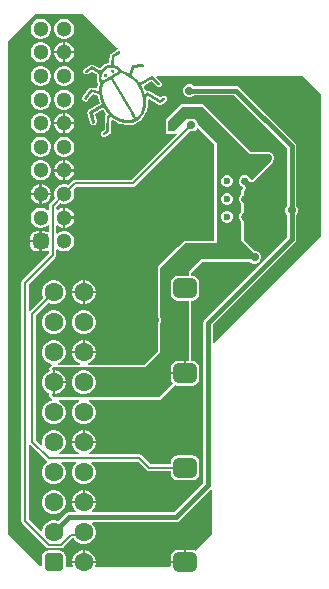
<source format=gbl>
G04*
G04 #@! TF.GenerationSoftware,Altium Limited,Altium Designer,23.3.1 (30)*
G04*
G04 Layer_Physical_Order=2*
G04 Layer_Color=16711680*
%FSLAX44Y44*%
%MOMM*%
G71*
G04*
G04 #@! TF.SameCoordinates,2179DA4C-5F9F-4515-A9C7-B5EE9FB9D995*
G04*
G04*
G04 #@! TF.FilePolarity,Positive*
G04*
G01*
G75*
%ADD11C,0.2000*%
G04:AMPARAMS|DCode=41|XSize=1.7mm|YSize=2mm|CornerRadius=0.425mm|HoleSize=0mm|Usage=FLASHONLY|Rotation=90.000|XOffset=0mm|YOffset=0mm|HoleType=Round|Shape=RoundedRectangle|*
%AMROUNDEDRECTD41*
21,1,1.7000,1.1500,0,0,90.0*
21,1,0.8500,2.0000,0,0,90.0*
1,1,0.8500,0.5750,0.4250*
1,1,0.8500,0.5750,-0.4250*
1,1,0.8500,-0.5750,-0.4250*
1,1,0.8500,-0.5750,0.4250*
%
%ADD41ROUNDEDRECTD41*%
%ADD42C,1.3000*%
G04:AMPARAMS|DCode=43|XSize=1.3mm|YSize=1.3mm|CornerRadius=0.325mm|HoleSize=0mm|Usage=FLASHONLY|Rotation=90.000|XOffset=0mm|YOffset=0mm|HoleType=Round|Shape=RoundedRectangle|*
%AMROUNDEDRECTD43*
21,1,1.3000,0.6500,0,0,90.0*
21,1,0.6500,1.3000,0,0,90.0*
1,1,0.6500,0.3250,0.3250*
1,1,0.6500,0.3250,-0.3250*
1,1,0.6500,-0.3250,-0.3250*
1,1,0.6500,-0.3250,0.3250*
%
%ADD43ROUNDEDRECTD43*%
%ADD44C,1.6000*%
G04:AMPARAMS|DCode=45|XSize=1.6mm|YSize=1.6mm|CornerRadius=0.4mm|HoleSize=0mm|Usage=FLASHONLY|Rotation=90.000|XOffset=0mm|YOffset=0mm|HoleType=Round|Shape=RoundedRectangle|*
%AMROUNDEDRECTD45*
21,1,1.6000,0.8000,0,0,90.0*
21,1,0.8000,1.6000,0,0,90.0*
1,1,0.8000,0.4000,0.4000*
1,1,0.8000,0.4000,-0.4000*
1,1,0.8000,-0.4000,-0.4000*
1,1,0.8000,-0.4000,0.4000*
%
%ADD45ROUNDEDRECTD45*%
%ADD46C,0.6000*%
%ADD47C,0.7000*%
%ADD48C,0.4000*%
G36*
X102883Y595367D02*
X102913Y595293D01*
X102927Y595004D01*
X102607Y593847D01*
X97077Y590538D01*
X96979Y590406D01*
X96823Y590351D01*
X96619Y589922D01*
X96336Y589541D01*
X96360Y589378D01*
X96289Y589229D01*
X96017Y583926D01*
X95684Y582698D01*
X94327Y582440D01*
X94242Y582384D01*
X94140Y582393D01*
X92919Y582006D01*
X92828Y581929D01*
X92709Y581923D01*
X91601Y581394D01*
X91517Y581300D01*
X91394Y581275D01*
X90377Y580590D01*
X90311Y580490D01*
X90198Y580450D01*
X89249Y579596D01*
X89204Y579502D01*
X89111Y579455D01*
X88207Y578418D01*
X86987Y578773D01*
X82306Y581235D01*
X82100Y581253D01*
X81932Y581375D01*
X81502Y581308D01*
X81068Y581348D01*
X80909Y581215D01*
X80705Y581183D01*
X74815Y577589D01*
X74706Y577439D01*
X74533Y577371D01*
X74245Y577093D01*
X74094Y576746D01*
X73841Y576464D01*
X73721Y576123D01*
X73739Y575788D01*
X73633Y575469D01*
X73658Y575107D01*
X73783Y574858D01*
X73787Y574580D01*
X73934Y574237D01*
X74119Y574057D01*
X74202Y573812D01*
X74448Y573529D01*
X74701Y573403D01*
X74875Y573181D01*
X75198Y572999D01*
X75530Y572959D01*
X75824Y572799D01*
X76199Y572759D01*
X76549Y572862D01*
X76913Y572844D01*
X77318Y572987D01*
X77448Y573105D01*
X77621Y573132D01*
X81230Y575338D01*
X81781Y575015D01*
X82647Y574500D01*
X83553Y573956D01*
X84440Y573419D01*
X85255Y572922D01*
X85572Y572727D01*
X85559Y572620D01*
X85561Y572611D01*
X85556Y572602D01*
X85446Y571637D01*
X85454Y571608D01*
X85440Y571581D01*
X85373Y570737D01*
X85390Y570685D01*
X85368Y570635D01*
X85355Y569859D01*
X85382Y569792D01*
X85359Y569723D01*
X85409Y568959D01*
X85443Y568891D01*
X85425Y568818D01*
X85550Y568012D01*
X85584Y567957D01*
X85573Y567893D01*
X85783Y566992D01*
X85810Y566954D01*
X85805Y566908D01*
X86109Y565858D01*
X86128Y565835D01*
X86125Y565805D01*
X86346Y565132D01*
X86437Y564788D01*
X86438Y564784D01*
X86434Y564771D01*
X86325Y564483D01*
X86327Y564435D01*
X86296Y564398D01*
X86149Y563932D01*
X86156Y563863D01*
X86115Y563806D01*
X85961Y563128D01*
X85970Y563077D01*
X85942Y563032D01*
X85862Y562549D01*
X85871Y562512D01*
X85852Y562479D01*
X85823Y562234D01*
X85558Y561792D01*
X84700Y561254D01*
X84464Y561220D01*
X84215Y561272D01*
X84212Y561271D01*
X84209Y561273D01*
X83273Y561465D01*
X83268Y561464D01*
X83263Y561467D01*
X82318Y561654D01*
X82309Y561652D01*
X82303Y561657D01*
X81356Y561835D01*
X81345Y561833D01*
X81335Y561839D01*
X80399Y562003D01*
X80145Y561946D01*
X79893Y562011D01*
X79561Y561816D01*
X79186Y561732D01*
X79047Y561512D01*
X78822Y561380D01*
X73670Y554539D01*
X73640Y554423D01*
X73547Y554348D01*
X73268Y553846D01*
X73229Y553502D01*
X73071Y553195D01*
X73028Y552690D01*
X73128Y552377D01*
X73103Y552050D01*
X73254Y551588D01*
X73448Y551362D01*
X73531Y551077D01*
X73833Y550700D01*
X74089Y550560D01*
X74263Y550325D01*
X74672Y550079D01*
X74990Y550031D01*
X75266Y549865D01*
X75739Y549794D01*
X76087Y549880D01*
X76444Y549842D01*
X76939Y549990D01*
X77209Y550208D01*
X77539Y550317D01*
X78013Y550727D01*
X78081Y550863D01*
X78214Y550935D01*
X82277Y555961D01*
X86155Y554986D01*
X86314Y554068D01*
X86335Y554036D01*
X86328Y553997D01*
X86585Y552826D01*
X86603Y552800D01*
X86599Y552769D01*
X86913Y551547D01*
X86931Y551524D01*
X86928Y551494D01*
X87284Y550284D01*
X87304Y550258D01*
X87302Y550225D01*
X87683Y549090D01*
X87160Y548022D01*
X78244Y542765D01*
X78001Y542443D01*
X77677Y542203D01*
X77641Y541964D01*
X77496Y541772D01*
X77553Y541372D01*
X77493Y540974D01*
X79864Y531461D01*
X79943Y531353D01*
X79945Y531219D01*
X80096Y530863D01*
X80448Y530517D01*
X80736Y530116D01*
X81033Y529933D01*
X81418Y529870D01*
X81766Y529694D01*
X82152Y529666D01*
X82408Y529750D01*
X82675Y529712D01*
X83095Y529819D01*
X83272Y529952D01*
X83492Y529979D01*
X83889Y530203D01*
X84031Y530386D01*
X84244Y530475D01*
X84564Y530799D01*
X84673Y531065D01*
X84884Y531260D01*
X85070Y531664D01*
X85085Y532022D01*
X85220Y532354D01*
X85217Y532819D01*
X85143Y532995D01*
X85174Y533183D01*
X83731Y539281D01*
X89879Y542831D01*
X91074Y542775D01*
X91644Y541892D01*
X91661Y541880D01*
X91665Y541861D01*
X92235Y541020D01*
X92254Y541008D01*
X92259Y540986D01*
X92611Y540495D01*
X92758Y539698D01*
X92597Y538943D01*
X92411Y538516D01*
X92143Y538135D01*
X92172Y537963D01*
X92103Y537803D01*
X91915Y526075D01*
X89965Y524935D01*
X89858Y524794D01*
X89691Y524734D01*
X89343Y524417D01*
X89177Y524065D01*
X88912Y523779D01*
X88772Y523399D01*
X88785Y523048D01*
X88676Y522714D01*
X88706Y522311D01*
X88828Y522069D01*
X88831Y521797D01*
X88995Y521411D01*
X89156Y521253D01*
X89218Y521037D01*
X89479Y520708D01*
X89682Y520596D01*
X89804Y520399D01*
X90124Y520169D01*
X90416Y520101D01*
X90655Y519919D01*
X90998Y519828D01*
X91416Y519884D01*
X91835Y519829D01*
X92163Y519918D01*
X92339Y520053D01*
X92559Y520082D01*
X96697Y522491D01*
X96824Y522657D01*
X97018Y522735D01*
X97188Y523134D01*
X97451Y523479D01*
X97422Y523686D01*
X97504Y523879D01*
X97595Y533706D01*
X98871Y534380D01*
X99155Y534189D01*
X99201Y534180D01*
X99229Y534143D01*
X100786Y533216D01*
X100845Y533208D01*
X100884Y533162D01*
X102700Y532245D01*
X102772Y532240D01*
X102823Y532189D01*
X104878Y531359D01*
X104964Y531359D01*
X105030Y531306D01*
X107306Y530639D01*
X107404Y530650D01*
X107488Y530597D01*
X109965Y530173D01*
X110074Y530197D01*
X110175Y530150D01*
X112835Y530045D01*
X112978Y530098D01*
X113126Y530060D01*
X114244Y530218D01*
X114252Y530223D01*
X114262Y530220D01*
X115477Y530392D01*
X115601Y530465D01*
X115744Y530453D01*
X117855Y531127D01*
X117968Y531223D01*
X118116Y531236D01*
X120005Y532228D01*
X120097Y532338D01*
X120235Y532374D01*
X121921Y533660D01*
X121987Y533772D01*
X122106Y533824D01*
X123606Y535380D01*
X123647Y535484D01*
X123743Y535542D01*
X125075Y537344D01*
X125098Y537434D01*
X125172Y537491D01*
X126355Y539516D01*
X126365Y539591D01*
X126421Y539641D01*
X127473Y541866D01*
X127479Y541999D01*
X127563Y542102D01*
X127992Y543562D01*
X127984Y543633D01*
X128025Y543693D01*
X128323Y545145D01*
X128311Y545210D01*
X128344Y545267D01*
X128526Y546704D01*
X128511Y546761D01*
X128537Y546814D01*
X128619Y548232D01*
X128602Y548280D01*
X128622Y548328D01*
X128620Y549719D01*
X128603Y549760D01*
X128618Y549802D01*
X128546Y551160D01*
X128531Y551193D01*
X128541Y551228D01*
X128530Y551349D01*
X129732Y552125D01*
X138094Y547345D01*
X138301Y547319D01*
X138465Y547190D01*
X138896Y547243D01*
X139327Y547188D01*
X139492Y547316D01*
X139699Y547341D01*
X143956Y549748D01*
X144100Y549931D01*
X144314Y550022D01*
X144565Y550276D01*
X144728Y550679D01*
X144985Y551029D01*
X145072Y551381D01*
X145024Y551690D01*
X145103Y551994D01*
X145047Y552392D01*
X144928Y552594D01*
X144922Y552829D01*
X144746Y553223D01*
X144587Y553372D01*
X144525Y553582D01*
X144252Y553920D01*
X144030Y554041D01*
X143889Y554251D01*
X143540Y554483D01*
X143216Y554547D01*
X142939Y554727D01*
X142536Y554803D01*
X142153Y554722D01*
X141763Y554760D01*
X141330Y554627D01*
X141187Y554510D01*
X141003Y554487D01*
X139128Y553424D01*
X138690Y553669D01*
X138690Y553669D01*
X137300Y554449D01*
X135811Y555286D01*
X135809Y555286D01*
X135808Y555287D01*
X134275Y556145D01*
X134272Y556146D01*
X134270Y556148D01*
X132747Y556993D01*
X132743Y556994D01*
X132739Y556997D01*
X131281Y557796D01*
X131273Y557797D01*
X131268Y557803D01*
X129928Y558521D01*
X129915Y558522D01*
X129907Y558532D01*
X128740Y559135D01*
X128541Y559152D01*
X128380Y559270D01*
X127943Y559203D01*
X127502Y559240D01*
X126611Y559687D01*
X126292Y560045D01*
X126074Y560618D01*
X126063Y560629D01*
X126063Y560645D01*
X125659Y561655D01*
X125644Y561670D01*
X125644Y561691D01*
X125224Y562671D01*
X125950Y563656D01*
X131800Y567034D01*
X135944Y562919D01*
X136090Y562859D01*
X136177Y562727D01*
X136579Y562455D01*
X136917Y562385D01*
X137207Y562200D01*
X137615Y562128D01*
X137942Y562200D01*
X138273Y562147D01*
X138655Y562238D01*
X138894Y562411D01*
X139184Y562469D01*
X139507Y562685D01*
X139659Y562915D01*
X139896Y563054D01*
X140127Y563358D01*
X140202Y563645D01*
X140389Y563875D01*
X140495Y564230D01*
X140459Y564579D01*
X140547Y564918D01*
X140496Y565288D01*
X140301Y565619D01*
X140218Y565994D01*
X139977Y566340D01*
X139840Y566427D01*
X139775Y566576D01*
X135907Y570323D01*
X136384Y571500D01*
X259750D01*
X275250Y556000D01*
Y436250D01*
X184752Y345752D01*
X183578Y346238D01*
Y361061D01*
X253134Y430616D01*
X254018Y431939D01*
X254328Y433500D01*
Y454050D01*
X254913Y454635D01*
X255750Y456656D01*
Y458844D01*
X254913Y460866D01*
X254328Y461450D01*
Y512250D01*
X254328Y512250D01*
X254018Y513811D01*
X253134Y515134D01*
X206134Y562134D01*
X204811Y563018D01*
X203250Y563328D01*
X203250Y563328D01*
X167356D01*
X166772Y563913D01*
X164750Y564750D01*
X162562D01*
X160541Y563913D01*
X158993Y562365D01*
X158156Y560344D01*
Y558156D01*
X158993Y556134D01*
X160541Y554587D01*
X162562Y553750D01*
X164750D01*
X166772Y554587D01*
X167356Y555172D01*
X201561D01*
X246172Y510561D01*
Y461450D01*
X245587Y460866D01*
X244750Y458844D01*
Y456656D01*
X245587Y454635D01*
X246172Y454050D01*
Y435189D01*
X176616Y365634D01*
X175732Y364311D01*
X175422Y362750D01*
X175422Y362750D01*
Y226939D01*
X150561Y202078D01*
X81616D01*
X81090Y203348D01*
X82402Y204660D01*
X83719Y206940D01*
X84400Y209484D01*
Y209800D01*
X74400D01*
X64400D01*
Y209484D01*
X65082Y206940D01*
X66398Y204660D01*
X67709Y203348D01*
X67183Y202078D01*
X61600D01*
X60039Y201768D01*
X58716Y200884D01*
X58716Y200884D01*
X52616Y194784D01*
X50317Y195400D01*
X47684D01*
X45140Y194718D01*
X42860Y193402D01*
X40998Y191540D01*
X39681Y189260D01*
X39000Y186716D01*
Y186536D01*
X37827Y186050D01*
X27559Y196318D01*
Y259113D01*
X27882Y259341D01*
X28829Y259596D01*
X42337Y246087D01*
X42916Y245701D01*
X43006Y244403D01*
X42960Y244260D01*
X42860Y244202D01*
X40998Y242340D01*
X39681Y240060D01*
X39000Y237516D01*
Y234883D01*
X39681Y232340D01*
X40998Y230060D01*
X42860Y228198D01*
X45140Y226882D01*
X47684Y226200D01*
X50317D01*
X52860Y226882D01*
X55140Y228198D01*
X57002Y230060D01*
X58319Y232340D01*
X59000Y234883D01*
Y237516D01*
X58319Y240060D01*
X57002Y242340D01*
X55421Y243921D01*
X55818Y245191D01*
X67582D01*
X67979Y243921D01*
X66398Y242340D01*
X65082Y240060D01*
X64400Y237516D01*
Y234883D01*
X65082Y232340D01*
X66398Y230060D01*
X68260Y228198D01*
X70540Y226882D01*
X73084Y226200D01*
X75717D01*
X78260Y226882D01*
X80540Y228198D01*
X82402Y230060D01*
X83719Y232340D01*
X84400Y234883D01*
Y237516D01*
X83719Y240060D01*
X82402Y242340D01*
X80821Y243921D01*
X81218Y245191D01*
X120233D01*
X127587Y237837D01*
X127587Y237837D01*
X128580Y237174D01*
X129750Y236941D01*
X129750Y236941D01*
X147878D01*
Y235750D01*
X148363Y233311D01*
X149744Y231244D01*
X151811Y229863D01*
X154250Y229378D01*
X165750D01*
X168189Y229863D01*
X170256Y231244D01*
X171637Y233311D01*
X172122Y235750D01*
Y244250D01*
X171637Y246689D01*
X170256Y248756D01*
X168189Y250137D01*
X165750Y250622D01*
X154250D01*
X151811Y250137D01*
X149744Y248756D01*
X148363Y246689D01*
X147878Y244250D01*
Y243059D01*
X131017D01*
X123663Y250413D01*
X122670Y251076D01*
X121500Y251309D01*
X121500Y251309D01*
X79115D01*
X78775Y252579D01*
X80540Y253598D01*
X82402Y255460D01*
X83719Y257740D01*
X84400Y260284D01*
Y260600D01*
X74400D01*
X64400D01*
Y260284D01*
X65082Y257740D01*
X66398Y255460D01*
X68260Y253598D01*
X70025Y252579D01*
X69685Y251309D01*
X53715D01*
X53375Y252579D01*
X55140Y253598D01*
X57002Y255460D01*
X58319Y257740D01*
X59000Y260284D01*
Y262917D01*
X58319Y265460D01*
X57002Y267740D01*
X55140Y269602D01*
X52860Y270919D01*
X50317Y271600D01*
X47684D01*
X45140Y270919D01*
X42860Y269602D01*
X40998Y267740D01*
X39681Y265460D01*
X39000Y262917D01*
Y260284D01*
X39151Y259721D01*
X38012Y259064D01*
X33809Y263267D01*
Y369083D01*
X44422Y379696D01*
X45140Y379282D01*
X47684Y378600D01*
X50317D01*
X52860Y379282D01*
X55140Y380598D01*
X57002Y382460D01*
X58319Y384740D01*
X59000Y387284D01*
Y389916D01*
X58319Y392460D01*
X57002Y394740D01*
X55140Y396602D01*
X52860Y397919D01*
X50317Y398600D01*
X47684D01*
X45140Y397919D01*
X42860Y396602D01*
X40998Y394740D01*
X39681Y392460D01*
X39000Y389916D01*
Y387284D01*
X39681Y384740D01*
X40096Y384022D01*
X28829Y372755D01*
X27882Y373009D01*
X27559Y373237D01*
Y395233D01*
X50222Y417896D01*
X50885Y418889D01*
X51118Y420059D01*
Y424652D01*
X52291Y425138D01*
X52581Y424848D01*
X54519Y423729D01*
X56681Y423150D01*
X58919D01*
X61081Y423729D01*
X63019Y424848D01*
X64602Y426431D01*
X65721Y428369D01*
X66300Y430531D01*
Y432769D01*
X65721Y434931D01*
X64602Y436869D01*
X63019Y438452D01*
X61081Y439571D01*
X58919Y440150D01*
X56681D01*
X54519Y439571D01*
X52581Y438452D01*
X52291Y438162D01*
X51118Y438648D01*
Y444652D01*
X52291Y445138D01*
X52581Y444848D01*
X54519Y443729D01*
X56681Y443150D01*
X56800D01*
Y451650D01*
Y460150D01*
X56681D01*
X54519Y459571D01*
X52581Y458452D01*
X52291Y458162D01*
X51118Y458648D01*
Y460642D01*
X54320Y463844D01*
X54519Y463729D01*
X56681Y463150D01*
X58919D01*
X61081Y463729D01*
X63019Y464848D01*
X64602Y466431D01*
X65721Y468369D01*
X66300Y470531D01*
Y472769D01*
X65721Y474931D01*
X65606Y475130D01*
X68167Y477691D01*
X115900D01*
X115900Y477691D01*
X117071Y477924D01*
X118063Y478587D01*
X164099Y524623D01*
X164156Y524600D01*
X166344D01*
X168365Y525437D01*
X169913Y526984D01*
X170125Y527497D01*
X171371Y527745D01*
X184711Y514405D01*
Y432039D01*
X159988D01*
X159988Y432039D01*
X159988Y432039D01*
X159639Y431970D01*
X159208Y431884D01*
X159207Y431884D01*
X159207Y431884D01*
X158941Y431706D01*
X158546Y431442D01*
X158546Y431442D01*
X158546Y431442D01*
X154178Y427072D01*
X154178Y427072D01*
X137558Y410453D01*
X137116Y409791D01*
X136961Y409011D01*
Y367655D01*
X137116Y366874D01*
X137711Y365438D01*
Y364062D01*
X137116Y362626D01*
X136961Y361845D01*
Y338845D01*
X125155Y327039D01*
X77784D01*
X77617Y328309D01*
X78260Y328481D01*
X80540Y329798D01*
X82402Y331660D01*
X83719Y333940D01*
X84400Y336483D01*
Y336800D01*
X74400D01*
X64400D01*
Y336483D01*
X65082Y333940D01*
X66398Y331660D01*
X68260Y329798D01*
X70540Y328481D01*
X71183Y328309D01*
X71016Y327039D01*
X52384D01*
X52217Y328309D01*
X52860Y328481D01*
X55140Y329798D01*
X57002Y331660D01*
X58319Y333940D01*
X59000Y336483D01*
Y339117D01*
X58319Y341660D01*
X57002Y343940D01*
X55140Y345802D01*
X52860Y347118D01*
X50317Y347800D01*
X47684D01*
X45140Y347118D01*
X42860Y345802D01*
X40998Y343940D01*
X39681Y341660D01*
X39000Y339117D01*
Y336483D01*
X39681Y333940D01*
X40998Y331660D01*
X42860Y329798D01*
X45140Y328481D01*
X46992Y327985D01*
X47151Y327027D01*
X47105Y326640D01*
X46808Y326442D01*
X46808Y326442D01*
X45719Y325353D01*
X45638Y325232D01*
X45529Y325134D01*
X45419Y324903D01*
X45277Y324692D01*
X45249Y324548D01*
X45185Y324416D01*
X45172Y324161D01*
X45122Y323911D01*
X45151Y323768D01*
X45143Y323621D01*
X45189Y323298D01*
X45270Y323068D01*
X45315Y322829D01*
X45484Y322406D01*
X45140Y321718D01*
X42860Y320402D01*
X40998Y318540D01*
X39681Y316260D01*
X39000Y313717D01*
Y311084D01*
X39681Y308540D01*
X40998Y306260D01*
X42860Y304398D01*
X44433Y303490D01*
X44897Y302774D01*
X45091Y302055D01*
X45039Y301794D01*
X44953Y301541D01*
X44962Y301407D01*
X44936Y301275D01*
X44988Y301014D01*
X45005Y300747D01*
X45065Y300627D01*
X45091Y300495D01*
X45239Y300273D01*
X45357Y300034D01*
X45458Y299945D01*
X45533Y299833D01*
X47185Y298181D01*
X47168Y297607D01*
X46914Y296794D01*
X45140Y296318D01*
X42860Y295002D01*
X40998Y293140D01*
X39681Y290860D01*
X39000Y288316D01*
Y285683D01*
X39681Y283140D01*
X40998Y280860D01*
X42860Y278998D01*
X45140Y277682D01*
X47684Y277000D01*
X50317D01*
X52860Y277682D01*
X55140Y278998D01*
X57002Y280860D01*
X58319Y283140D01*
X59000Y285683D01*
Y288316D01*
X58319Y290860D01*
X57002Y293140D01*
X55140Y295002D01*
X53081Y296191D01*
X53143Y297056D01*
X53299Y297461D01*
X70101D01*
X70257Y297056D01*
X70319Y296191D01*
X68260Y295002D01*
X66398Y293140D01*
X65082Y290860D01*
X64400Y288316D01*
Y285683D01*
X65082Y283140D01*
X66398Y280860D01*
X68260Y278998D01*
X70540Y277682D01*
X73084Y277000D01*
X75717D01*
X78260Y277682D01*
X80540Y278998D01*
X82402Y280860D01*
X83719Y283140D01*
X84400Y285683D01*
Y288316D01*
X83719Y290860D01*
X82402Y293140D01*
X80540Y295002D01*
X78481Y296191D01*
X78543Y297056D01*
X78699Y297461D01*
X138000D01*
X138000Y297461D01*
X138780Y297616D01*
X139442Y298058D01*
X139442Y298058D01*
X151186Y309802D01*
X151811Y309863D01*
X154250Y309378D01*
X165750D01*
X168189Y309863D01*
X170256Y311244D01*
X171637Y313311D01*
X172122Y315750D01*
Y324250D01*
X171637Y326689D01*
X170256Y328756D01*
X168189Y330137D01*
X165750Y330622D01*
X165289D01*
Y381378D01*
X165750D01*
X168189Y381863D01*
X170256Y383244D01*
X171637Y385311D01*
X172122Y387750D01*
Y396250D01*
X171637Y398689D01*
X170256Y400756D01*
X168189Y402137D01*
X165750Y402622D01*
X165289D01*
Y405190D01*
X165618Y405984D01*
X174095Y414461D01*
X215011Y414461D01*
X215884Y413587D01*
X217906Y412750D01*
X220094D01*
X222115Y413587D01*
X223663Y415135D01*
X224500Y417156D01*
Y419344D01*
X223663Y421366D01*
X222115Y422913D01*
X220094Y423750D01*
X219125D01*
X209789Y433086D01*
Y448227D01*
X209634Y449008D01*
X209192Y449669D01*
X209047Y449766D01*
X207990Y450823D01*
X207539Y451911D01*
Y453089D01*
X207990Y454177D01*
X209047Y455234D01*
X209192Y455331D01*
X209634Y455993D01*
X209789Y456773D01*
Y463227D01*
X209634Y464008D01*
X209192Y464669D01*
X209047Y464766D01*
X207990Y465823D01*
X207539Y466911D01*
Y468089D01*
X207990Y469177D01*
X209047Y470234D01*
X209192Y470331D01*
X209634Y470993D01*
X209789Y471773D01*
Y473905D01*
X210769Y474885D01*
X210921Y475113D01*
X211100Y475320D01*
X211140Y475440D01*
X211211Y475546D01*
X211264Y475815D01*
X211350Y476075D01*
X211341Y476202D01*
X211366Y476327D01*
X211313Y476595D01*
X211293Y476869D01*
X210905Y478276D01*
X210848Y478390D01*
X210823Y478515D01*
X210671Y478743D01*
X210548Y478988D01*
X210451Y479071D01*
X210381Y479177D01*
X210153Y479329D01*
X209946Y479508D01*
X209825Y479548D01*
X209719Y479619D01*
X208823Y479990D01*
X207990Y480823D01*
X207539Y481911D01*
Y483089D01*
X207990Y484177D01*
X208823Y485010D01*
X209911Y485461D01*
X211089D01*
X212177Y485010D01*
X213010Y484177D01*
X213381Y483281D01*
X213452Y483175D01*
X213492Y483054D01*
X213671Y482847D01*
X213823Y482619D01*
X213929Y482549D01*
X214012Y482452D01*
X214257Y482329D01*
X214485Y482177D01*
X214610Y482152D01*
X214723Y482095D01*
X216132Y481707D01*
X216405Y481688D01*
X216673Y481634D01*
X216798Y481659D01*
X216925Y481650D01*
X217185Y481736D01*
X217454Y481789D01*
X217560Y481860D01*
X217680Y481900D01*
X217888Y482079D01*
X218115Y482231D01*
X233119Y497235D01*
X233365Y497337D01*
X234913Y498885D01*
X235750Y500906D01*
Y503094D01*
X234913Y505116D01*
X233365Y506663D01*
X231344Y507500D01*
X229156D01*
X228345Y507164D01*
X216220Y507164D01*
X176192Y547192D01*
X175530Y547634D01*
X174750Y547789D01*
X157750D01*
X156970Y547634D01*
X156308Y547192D01*
X144308Y535192D01*
X143866Y534530D01*
X143711Y533750D01*
Y524750D01*
X143866Y523970D01*
X144308Y523308D01*
X144970Y522866D01*
X145750Y522711D01*
X151000D01*
X151000Y522711D01*
X151780Y522866D01*
X152123Y523095D01*
X152933Y522109D01*
X114633Y483809D01*
X66900D01*
X65729Y483576D01*
X64737Y482913D01*
X64737Y482913D01*
X61280Y479456D01*
X61081Y479571D01*
X58919Y480150D01*
X56681D01*
X54519Y479571D01*
X52581Y478452D01*
X50998Y476869D01*
X49879Y474931D01*
X49300Y472769D01*
Y470531D01*
X49879Y468369D01*
X49994Y468170D01*
X45896Y464072D01*
X45233Y463080D01*
X45000Y461909D01*
X45001Y461909D01*
Y458266D01*
X43731Y457740D01*
X43019Y458452D01*
X41081Y459571D01*
X38919Y460150D01*
X36681D01*
X34519Y459571D01*
X32581Y458452D01*
X30998Y456869D01*
X29879Y454931D01*
X29300Y452769D01*
Y450531D01*
X29879Y448369D01*
X30998Y446431D01*
X32581Y444848D01*
X34519Y443729D01*
X36681Y443150D01*
X38919D01*
X41081Y443729D01*
X43019Y444848D01*
X43731Y445560D01*
X45001Y445034D01*
Y440102D01*
X43731Y439423D01*
X43098Y439845D01*
X41050Y440253D01*
X38800D01*
Y431650D01*
Y423047D01*
X41050D01*
X43098Y423455D01*
X43731Y423877D01*
X45001Y423198D01*
Y421326D01*
X22337Y398663D01*
X21674Y397671D01*
X21441Y396500D01*
X21441Y396500D01*
Y195051D01*
X21441Y195051D01*
X21674Y193880D01*
X22337Y192888D01*
X42488Y172737D01*
X43480Y172074D01*
X44651Y171841D01*
X44651Y171841D01*
X55214D01*
X55214Y171841D01*
X56385Y172074D01*
X57377Y172737D01*
X64667Y180027D01*
X65955D01*
X66398Y179260D01*
X68260Y177398D01*
X70540Y176082D01*
X73084Y175400D01*
X75717D01*
X78260Y176082D01*
X80540Y177398D01*
X82402Y179260D01*
X83719Y181540D01*
X84400Y184083D01*
Y186716D01*
X83719Y189260D01*
X82402Y191540D01*
X81290Y192652D01*
X81817Y193922D01*
X152250D01*
X152250Y193922D01*
X153811Y194232D01*
X155134Y195116D01*
X181730Y221712D01*
X183000Y221186D01*
Y184000D01*
X168757Y169757D01*
X168189Y170137D01*
X165750Y170622D01*
X161000D01*
Y160000D01*
X160000D01*
Y159000D01*
X147878D01*
Y156770D01*
X146711Y155500D01*
X84706Y155500D01*
X83887Y156770D01*
X84400Y158684D01*
Y159000D01*
X74400D01*
X64400D01*
Y158684D01*
X64913Y156770D01*
X64094Y155500D01*
X59528D01*
X59117Y156000D01*
Y164000D01*
X58652Y166341D01*
X57326Y168326D01*
X55341Y169652D01*
X53000Y170117D01*
X45000D01*
X42659Y169652D01*
X40674Y168326D01*
X39348Y166341D01*
X38883Y164000D01*
Y156914D01*
X37613Y156388D01*
X10049Y183951D01*
Y600799D01*
X33750Y624500D01*
X73750D01*
X102883Y595367D01*
D02*
G37*
G36*
X104570Y592714D02*
X104917Y592496D01*
X105185Y592171D01*
X105335Y591778D01*
X105326Y591356D01*
X105118Y590944D01*
X104669Y590581D01*
X100340Y587944D01*
X100273Y581039D01*
X101181Y580669D01*
X101994Y580334D01*
X102394Y580154D01*
X102803Y579953D01*
X103234Y579720D01*
X103697Y579446D01*
X104292Y579052D01*
X104734Y578711D01*
X105065Y578405D01*
X105329Y578117D01*
X105568Y577832D01*
X105825Y577531D01*
X106145Y577199D01*
X106569Y576819D01*
X107031Y576514D01*
X107722Y576157D01*
X108576Y575765D01*
X109529Y575352D01*
X110518Y574934D01*
X111476Y574528D01*
X112341Y574149D01*
X113048Y573812D01*
X113288Y574685D01*
X113527Y575544D01*
X113767Y576395D01*
X114012Y577241D01*
X114264Y578087D01*
X114527Y578936D01*
X114803Y579793D01*
X115095Y580663D01*
X123508Y581544D01*
X124144Y581573D01*
X124649Y581386D01*
X125006Y581044D01*
X125197Y580609D01*
X125204Y580145D01*
X125010Y579712D01*
X124596Y579372D01*
X123946Y579189D01*
X116673Y578067D01*
X115218Y572298D01*
X115573Y572010D01*
X115960Y571676D01*
X116368Y571311D01*
X116786Y570925D01*
X117203Y570533D01*
X117609Y570147D01*
X117994Y569780D01*
X118345Y569444D01*
X118764Y569041D01*
X119171Y568637D01*
X119566Y568225D01*
X119947Y567802D01*
X120314Y567363D01*
X120665Y566902D01*
X121000Y566414D01*
X121317Y565896D01*
X131934Y571911D01*
X138645Y565410D01*
X138887Y565064D01*
X138939Y564694D01*
X138833Y564338D01*
X138602Y564034D01*
X138279Y563817D01*
X137898Y563727D01*
X137490Y563799D01*
X137088Y564071D01*
X132064Y569061D01*
X122872Y563754D01*
X123303Y562943D01*
X123732Y562031D01*
X124152Y561051D01*
X124556Y560041D01*
X124938Y559036D01*
X125290Y558073D01*
X125608Y557186D01*
X125882Y556411D01*
X127994Y557693D01*
X129161Y557090D01*
X130501Y556372D01*
X131960Y555573D01*
X133483Y554728D01*
X135016Y553871D01*
X136505Y553034D01*
X137895Y552253D01*
X139133Y551561D01*
X141804Y553075D01*
X142237Y553207D01*
X142640Y553131D01*
X142989Y552899D01*
X143263Y552561D01*
X143439Y552167D01*
X143495Y551768D01*
X143408Y551416D01*
X143157Y551161D01*
X138900Y548755D01*
X128383Y554766D01*
X126637Y553668D01*
X126800Y552394D01*
X126925Y551075D01*
X126996Y549717D01*
X126999Y548326D01*
X126916Y546909D01*
X126733Y545472D01*
X126434Y544020D01*
X126005Y542560D01*
X124953Y540335D01*
X123770Y538310D01*
X122437Y536507D01*
X120937Y534951D01*
X119251Y533665D01*
X117361Y532674D01*
X115250Y532000D01*
X114034Y531828D01*
X112535Y534425D01*
X116784Y535141D01*
X115721Y537094D01*
X117660Y538213D01*
X118800Y536240D01*
X119976Y537395D01*
X120972Y538474D01*
X121809Y539524D01*
X122506Y540594D01*
X123083Y541733D01*
X123563Y542988D01*
X123965Y544407D01*
X124309Y546040D01*
X124557Y549014D01*
X124293Y552156D01*
X123575Y555367D01*
X122461Y558548D01*
X121009Y561601D01*
X119276Y564427D01*
X117321Y566928D01*
X115202Y569005D01*
X113854Y570061D01*
X112565Y570961D01*
X111337Y571722D01*
X110167Y572364D01*
X109056Y572903D01*
X108003Y573358D01*
X107008Y573749D01*
X106072Y574091D01*
X99262Y570080D01*
X117652Y538227D01*
X115713Y537108D01*
X115427Y537634D01*
X113084Y541811D01*
X110097Y547079D01*
X106807Y552846D01*
X103558Y558519D01*
X100691Y563504D01*
X98548Y567210D01*
X97473Y569042D01*
X96810Y568661D01*
X95991Y568189D01*
X95066Y567654D01*
X94085Y567083D01*
X93098Y566503D01*
X92682Y566254D01*
X91544Y568227D01*
X104317Y575602D01*
X103090Y576749D01*
X101811Y577650D01*
X100484Y578296D01*
X99112Y578680D01*
X97701Y578796D01*
X96253Y578637D01*
X94773Y578195D01*
X93264Y577463D01*
X92089Y576617D01*
X91100Y575563D01*
X90314Y574346D01*
X89747Y573010D01*
X89416Y571597D01*
X89336Y570151D01*
X89526Y568716D01*
X90000Y567336D01*
X91530Y568219D01*
X92669Y566246D01*
X92155Y565940D01*
X91305Y565422D01*
X90599Y564975D01*
X89933Y558834D01*
X90884Y552741D01*
X93204Y547017D01*
X96650Y541981D01*
X100976Y537955D01*
X105937Y535259D01*
X111288Y534215D01*
X112518Y534422D01*
X114017Y531826D01*
X112899Y531668D01*
X110239Y531773D01*
X107762Y532197D01*
X105487Y532864D01*
X103432Y533694D01*
X101616Y534612D01*
X100059Y535538D01*
X98780Y536396D01*
X97796Y537107D01*
X95993Y536009D01*
X95881Y523894D01*
X91742Y521486D01*
X91414Y521397D01*
X91071Y521488D01*
X90750Y521718D01*
X90489Y522047D01*
X90325Y522433D01*
X90295Y522836D01*
X90435Y523216D01*
X90784Y523533D01*
X93524Y525134D01*
X93726Y537777D01*
X95817Y539097D01*
X95268Y539716D01*
X94711Y540399D01*
X94147Y541138D01*
X93579Y541931D01*
X93009Y542772D01*
X92439Y543655D01*
X91872Y544577D01*
X91309Y545531D01*
X81873Y540083D01*
X83594Y532809D01*
X83596Y532344D01*
X83410Y531940D01*
X83090Y531617D01*
X82692Y531392D01*
X82273Y531285D01*
X81887Y531314D01*
X81590Y531497D01*
X81439Y531854D01*
X79068Y541366D01*
X89994Y547809D01*
X89612Y548608D01*
X89222Y549607D01*
X88841Y550742D01*
X88486Y551952D01*
X88171Y553174D01*
X87914Y554346D01*
X87731Y555404D01*
X87637Y556288D01*
X81666Y557789D01*
X76951Y551955D01*
X76477Y551546D01*
X75982Y551399D01*
X75508Y551470D01*
X75099Y551716D01*
X74798Y552092D01*
X74646Y552555D01*
X74689Y553059D01*
X74967Y553562D01*
X80119Y560404D01*
X81056Y560240D01*
X82002Y560062D01*
X82948Y559874D01*
X83883Y559682D01*
X84800Y559491D01*
X85689Y559306D01*
X86539Y559131D01*
X87343Y558971D01*
X87328Y559895D01*
X87342Y560842D01*
X87366Y561320D01*
X87406Y561802D01*
X87464Y562285D01*
X87544Y562768D01*
X87698Y563446D01*
X87845Y563911D01*
X87967Y564237D01*
X88050Y564495D01*
X88078Y564759D01*
X88034Y565101D01*
X87903Y565594D01*
X87669Y566310D01*
X87364Y567360D01*
X87154Y568261D01*
X87029Y569067D01*
X86979Y569831D01*
X86992Y570608D01*
X87059Y571452D01*
X87169Y572417D01*
X87313Y573557D01*
X86800Y573877D01*
X86104Y574306D01*
X85282Y574807D01*
X84389Y575348D01*
X83479Y575894D01*
X82609Y576412D01*
X81832Y576867D01*
X81206Y577225D01*
X76775Y574517D01*
X76370Y574374D01*
X75995Y574413D01*
X75672Y574595D01*
X75426Y574878D01*
X75278Y575222D01*
X75252Y575584D01*
X75372Y575925D01*
X75661Y576203D01*
X81550Y579797D01*
X88550Y576117D01*
X89431Y577351D01*
X90335Y578389D01*
X91284Y579243D01*
X92301Y579929D01*
X93409Y580458D01*
X94630Y580845D01*
X95988Y581103D01*
X97505Y581247D01*
X97911Y589145D01*
X103805Y592672D01*
X104186Y592785D01*
X104570Y592714D01*
D02*
G37*
G36*
X99491Y576966D02*
X99890Y576721D01*
X100178Y576269D01*
X100254Y575753D01*
X100144Y575238D01*
X99876Y574787D01*
X99738Y574626D01*
X98975Y574338D01*
X98396Y574467D01*
X97900Y574818D01*
X97617Y575274D01*
X97527Y575779D01*
X97614Y576275D01*
X97858Y576707D01*
X98243Y577017D01*
X98616Y577114D01*
X99491Y576966D01*
D02*
G37*
G36*
X93084Y573466D02*
X93617Y573172D01*
X93931Y572736D01*
X94046Y572222D01*
X93983Y571698D01*
X93763Y571228D01*
X93373Y570945D01*
X92937Y570719D01*
X92373Y570812D01*
X91870Y571133D01*
X91560Y571573D01*
X91433Y572076D01*
X91474Y572581D01*
X91672Y573031D01*
X92048Y573305D01*
X92489Y573532D01*
X93084Y573466D01*
D02*
G37*
G36*
X215375Y505125D02*
X228625Y505125D01*
X232740Y501010D01*
Y499740D01*
X216673Y483673D01*
X215265Y484061D01*
X214739Y485332D01*
X213332Y486739D01*
X211495Y487500D01*
X209505D01*
X207668Y486739D01*
X206261Y485332D01*
X205500Y483495D01*
Y481506D01*
X206261Y479668D01*
X207668Y478261D01*
X208939Y477735D01*
X209327Y476327D01*
X207750Y474750D01*
Y471773D01*
X207668Y471739D01*
X206261Y470332D01*
X205500Y468495D01*
Y466506D01*
X206261Y464668D01*
X207668Y463261D01*
X207750Y463227D01*
Y456773D01*
X207668Y456739D01*
X206261Y455332D01*
X205500Y453495D01*
Y451506D01*
X206261Y449668D01*
X207668Y448261D01*
X207750Y448227D01*
Y432241D01*
X219500Y420491D01*
X219500Y416500D01*
X173250Y416500D01*
X163250Y406500D01*
Y402622D01*
X154250D01*
X151811Y402137D01*
X149744Y400756D01*
X148363Y398689D01*
X147878Y396250D01*
Y387750D01*
X148363Y385311D01*
X149744Y383244D01*
X151811Y381863D01*
X154250Y381378D01*
X163250D01*
Y330622D01*
X161000D01*
Y320000D01*
X160000D01*
Y319000D01*
X147878D01*
Y315750D01*
X148363Y313311D01*
X149744Y311244D01*
X138000Y299500D01*
X48750D01*
X46975Y301275D01*
X47609Y302374D01*
X47770Y302400D01*
X48000D01*
Y312400D01*
Y322400D01*
X47684D01*
X47208Y323587D01*
X47161Y323911D01*
X48250Y325000D01*
X126000D01*
X139000Y338000D01*
Y361845D01*
X139750Y363656D01*
Y365844D01*
X139000Y367655D01*
Y409011D01*
X155619Y425630D01*
X159988Y430000D01*
X186750D01*
Y515250D01*
X170711Y531289D01*
X169913Y533215D01*
X168365Y534763D01*
X166439Y535560D01*
X166400Y535600D01*
X161850D01*
X151000Y524750D01*
X145750D01*
Y533750D01*
X157750Y545750D01*
X174750D01*
X215375Y505125D01*
D02*
G37*
%LPC*%
G36*
X58919Y620150D02*
X56681D01*
X54519Y619571D01*
X52581Y618452D01*
X50998Y616869D01*
X49879Y614931D01*
X49300Y612769D01*
Y610531D01*
X49879Y608369D01*
X50998Y606431D01*
X52581Y604848D01*
X54519Y603729D01*
X56681Y603150D01*
X58919D01*
X61081Y603729D01*
X63019Y604848D01*
X64602Y606431D01*
X65721Y608369D01*
X66300Y610531D01*
Y612769D01*
X65721Y614931D01*
X64602Y616869D01*
X63019Y618452D01*
X61081Y619571D01*
X58919Y620150D01*
D02*
G37*
G36*
X38919D02*
X36681D01*
X34519Y619571D01*
X32581Y618452D01*
X30998Y616869D01*
X29879Y614931D01*
X29300Y612769D01*
Y610531D01*
X29879Y608369D01*
X30998Y606431D01*
X32581Y604848D01*
X34519Y603729D01*
X36681Y603150D01*
X38919D01*
X41081Y603729D01*
X43019Y604848D01*
X44602Y606431D01*
X45721Y608369D01*
X46300Y610531D01*
Y612769D01*
X45721Y614931D01*
X44602Y616869D01*
X43019Y618452D01*
X41081Y619571D01*
X38919Y620150D01*
D02*
G37*
G36*
X58919Y600150D02*
X58800D01*
Y592650D01*
X66300D01*
Y592769D01*
X65721Y594931D01*
X64602Y596869D01*
X63019Y598452D01*
X61081Y599571D01*
X58919Y600150D01*
D02*
G37*
G36*
X56800D02*
X56681D01*
X54519Y599571D01*
X52581Y598452D01*
X50998Y596869D01*
X49879Y594931D01*
X49300Y592769D01*
Y592650D01*
X56800D01*
Y600150D01*
D02*
G37*
G36*
X66300Y590650D02*
X58800D01*
Y583150D01*
X58919D01*
X61081Y583729D01*
X63019Y584848D01*
X64602Y586431D01*
X65721Y588369D01*
X66300Y590531D01*
Y590650D01*
D02*
G37*
G36*
X56800D02*
X49300D01*
Y590531D01*
X49879Y588369D01*
X50998Y586431D01*
X52581Y584848D01*
X54519Y583729D01*
X56681Y583150D01*
X56800D01*
Y590650D01*
D02*
G37*
G36*
X38919Y600150D02*
X36681D01*
X34519Y599571D01*
X32581Y598452D01*
X30998Y596869D01*
X29879Y594931D01*
X29300Y592769D01*
Y590531D01*
X29879Y588369D01*
X30998Y586431D01*
X32581Y584848D01*
X34519Y583729D01*
X36681Y583150D01*
X38919D01*
X41081Y583729D01*
X43019Y584848D01*
X44602Y586431D01*
X45721Y588369D01*
X46300Y590531D01*
Y592769D01*
X45721Y594931D01*
X44602Y596869D01*
X43019Y598452D01*
X41081Y599571D01*
X38919Y600150D01*
D02*
G37*
G36*
X58919Y580150D02*
X56681D01*
X54519Y579571D01*
X52581Y578452D01*
X50998Y576869D01*
X49879Y574931D01*
X49300Y572769D01*
Y570531D01*
X49879Y568369D01*
X50998Y566431D01*
X52581Y564848D01*
X54519Y563729D01*
X56681Y563150D01*
X58919D01*
X61081Y563729D01*
X63019Y564848D01*
X64602Y566431D01*
X65721Y568369D01*
X66300Y570531D01*
Y572769D01*
X65721Y574931D01*
X64602Y576869D01*
X63019Y578452D01*
X61081Y579571D01*
X58919Y580150D01*
D02*
G37*
G36*
X38919D02*
X36681D01*
X34519Y579571D01*
X32581Y578452D01*
X30998Y576869D01*
X29879Y574931D01*
X29300Y572769D01*
Y570531D01*
X29879Y568369D01*
X30998Y566431D01*
X32581Y564848D01*
X34519Y563729D01*
X36681Y563150D01*
X38919D01*
X41081Y563729D01*
X43019Y564848D01*
X44602Y566431D01*
X45721Y568369D01*
X46300Y570531D01*
Y572769D01*
X45721Y574931D01*
X44602Y576869D01*
X43019Y578452D01*
X41081Y579571D01*
X38919Y580150D01*
D02*
G37*
G36*
X58919Y560150D02*
X56681D01*
X54519Y559571D01*
X52581Y558452D01*
X50998Y556869D01*
X49879Y554931D01*
X49300Y552769D01*
Y550531D01*
X49879Y548369D01*
X50998Y546431D01*
X52581Y544848D01*
X54519Y543729D01*
X56681Y543150D01*
X58919D01*
X61081Y543729D01*
X63019Y544848D01*
X64602Y546431D01*
X65721Y548369D01*
X66300Y550531D01*
Y552769D01*
X65721Y554931D01*
X64602Y556869D01*
X63019Y558452D01*
X61081Y559571D01*
X58919Y560150D01*
D02*
G37*
G36*
X38919D02*
X36681D01*
X34519Y559571D01*
X32581Y558452D01*
X30998Y556869D01*
X29879Y554931D01*
X29300Y552769D01*
Y550531D01*
X29879Y548369D01*
X30998Y546431D01*
X32581Y544848D01*
X34519Y543729D01*
X36681Y543150D01*
X38919D01*
X41081Y543729D01*
X43019Y544848D01*
X44602Y546431D01*
X45721Y548369D01*
X46300Y550531D01*
Y552769D01*
X45721Y554931D01*
X44602Y556869D01*
X43019Y558452D01*
X41081Y559571D01*
X38919Y560150D01*
D02*
G37*
G36*
X58919Y540150D02*
X58800D01*
Y532650D01*
X66300D01*
Y532769D01*
X65721Y534931D01*
X64602Y536869D01*
X63019Y538452D01*
X61081Y539571D01*
X58919Y540150D01*
D02*
G37*
G36*
X56800D02*
X56681D01*
X54519Y539571D01*
X52581Y538452D01*
X50998Y536869D01*
X49879Y534931D01*
X49300Y532769D01*
Y532650D01*
X56800D01*
Y540150D01*
D02*
G37*
G36*
X66300Y530650D02*
X58800D01*
Y523150D01*
X58919D01*
X61081Y523729D01*
X63019Y524848D01*
X64602Y526431D01*
X65721Y528369D01*
X66300Y530531D01*
Y530650D01*
D02*
G37*
G36*
X56800D02*
X49300D01*
Y530531D01*
X49879Y528369D01*
X50998Y526431D01*
X52581Y524848D01*
X54519Y523729D01*
X56681Y523150D01*
X56800D01*
Y530650D01*
D02*
G37*
G36*
X38919Y540150D02*
X36681D01*
X34519Y539571D01*
X32581Y538452D01*
X30998Y536869D01*
X29879Y534931D01*
X29300Y532769D01*
Y530531D01*
X29879Y528369D01*
X30998Y526431D01*
X32581Y524848D01*
X34519Y523729D01*
X36681Y523150D01*
X38919D01*
X41081Y523729D01*
X43019Y524848D01*
X44602Y526431D01*
X45721Y528369D01*
X46300Y530531D01*
Y532769D01*
X45721Y534931D01*
X44602Y536869D01*
X43019Y538452D01*
X41081Y539571D01*
X38919Y540150D01*
D02*
G37*
G36*
X58919Y520150D02*
X56681D01*
X54519Y519571D01*
X52581Y518452D01*
X50998Y516869D01*
X49879Y514931D01*
X49300Y512769D01*
Y510531D01*
X49879Y508369D01*
X50998Y506431D01*
X52581Y504848D01*
X54519Y503729D01*
X56681Y503150D01*
X58919D01*
X61081Y503729D01*
X63019Y504848D01*
X64602Y506431D01*
X65721Y508369D01*
X66300Y510531D01*
Y512769D01*
X65721Y514931D01*
X64602Y516869D01*
X63019Y518452D01*
X61081Y519571D01*
X58919Y520150D01*
D02*
G37*
G36*
X38919D02*
X36681D01*
X34519Y519571D01*
X32581Y518452D01*
X30998Y516869D01*
X29879Y514931D01*
X29300Y512769D01*
Y510531D01*
X29879Y508369D01*
X30998Y506431D01*
X32581Y504848D01*
X34519Y503729D01*
X36681Y503150D01*
X38919D01*
X41081Y503729D01*
X43019Y504848D01*
X44602Y506431D01*
X45721Y508369D01*
X46300Y510531D01*
Y512769D01*
X45721Y514931D01*
X44602Y516869D01*
X43019Y518452D01*
X41081Y519571D01*
X38919Y520150D01*
D02*
G37*
G36*
X58919Y500150D02*
X58800D01*
Y492650D01*
X66300D01*
Y492769D01*
X65721Y494931D01*
X64602Y496869D01*
X63019Y498452D01*
X61081Y499571D01*
X58919Y500150D01*
D02*
G37*
G36*
X56800D02*
X56681D01*
X54519Y499571D01*
X52581Y498452D01*
X50998Y496869D01*
X49879Y494931D01*
X49300Y492769D01*
Y492650D01*
X56800D01*
Y500150D01*
D02*
G37*
G36*
X66300Y490650D02*
X58800D01*
Y483150D01*
X58919D01*
X61081Y483729D01*
X63019Y484848D01*
X64602Y486431D01*
X65721Y488369D01*
X66300Y490531D01*
Y490650D01*
D02*
G37*
G36*
X56800D02*
X49300D01*
Y490531D01*
X49879Y488369D01*
X50998Y486431D01*
X52581Y484848D01*
X54519Y483729D01*
X56681Y483150D01*
X56800D01*
Y490650D01*
D02*
G37*
G36*
X38919Y500150D02*
X36681D01*
X34519Y499571D01*
X32581Y498452D01*
X30998Y496869D01*
X29879Y494931D01*
X29300Y492769D01*
Y490531D01*
X29879Y488369D01*
X30998Y486431D01*
X32581Y484848D01*
X34519Y483729D01*
X36681Y483150D01*
X38919D01*
X41081Y483729D01*
X43019Y484848D01*
X44602Y486431D01*
X45721Y488369D01*
X46300Y490531D01*
Y492769D01*
X45721Y494931D01*
X44602Y496869D01*
X43019Y498452D01*
X41081Y499571D01*
X38919Y500150D01*
D02*
G37*
G36*
Y480150D02*
X38800D01*
Y472650D01*
X46300D01*
Y472769D01*
X45721Y474931D01*
X44602Y476869D01*
X43019Y478452D01*
X41081Y479571D01*
X38919Y480150D01*
D02*
G37*
G36*
X36800D02*
X36681D01*
X34519Y479571D01*
X32581Y478452D01*
X30998Y476869D01*
X29879Y474931D01*
X29300Y472769D01*
Y472650D01*
X36800D01*
Y480150D01*
D02*
G37*
G36*
X46300Y470650D02*
X38800D01*
Y463150D01*
X38919D01*
X41081Y463729D01*
X43019Y464848D01*
X44602Y466431D01*
X45721Y468369D01*
X46300Y470531D01*
Y470650D01*
D02*
G37*
G36*
X36800D02*
X29300D01*
Y470531D01*
X29879Y468369D01*
X30998Y466431D01*
X32581Y464848D01*
X34519Y463729D01*
X36681Y463150D01*
X36800D01*
Y470650D01*
D02*
G37*
G36*
X58919Y460150D02*
X58800D01*
Y452650D01*
X66300D01*
Y452769D01*
X65721Y454931D01*
X64602Y456869D01*
X63019Y458452D01*
X61081Y459571D01*
X58919Y460150D01*
D02*
G37*
G36*
X66300Y450650D02*
X58800D01*
Y443150D01*
X58919D01*
X61081Y443729D01*
X63019Y444848D01*
X64602Y446431D01*
X65721Y448369D01*
X66300Y450531D01*
Y450650D01*
D02*
G37*
G36*
X36800Y440253D02*
X34550D01*
X32502Y439845D01*
X30765Y438685D01*
X29605Y436948D01*
X29197Y434900D01*
Y432650D01*
X36800D01*
Y440253D01*
D02*
G37*
G36*
Y430650D02*
X29197D01*
Y428400D01*
X29605Y426352D01*
X30765Y424615D01*
X32502Y423455D01*
X34550Y423047D01*
X36800D01*
Y430650D01*
D02*
G37*
G36*
X75717Y398600D02*
X75400D01*
Y389600D01*
X84400D01*
Y389916D01*
X83719Y392460D01*
X82402Y394740D01*
X80540Y396602D01*
X78260Y397919D01*
X75717Y398600D01*
D02*
G37*
G36*
X73400D02*
X73084D01*
X70540Y397919D01*
X68260Y396602D01*
X66398Y394740D01*
X65082Y392460D01*
X64400Y389916D01*
Y389600D01*
X73400D01*
Y398600D01*
D02*
G37*
G36*
X84400Y387600D02*
X75400D01*
Y378600D01*
X75717D01*
X78260Y379282D01*
X80540Y380598D01*
X82402Y382460D01*
X83719Y384740D01*
X84400Y387284D01*
Y387600D01*
D02*
G37*
G36*
X73400D02*
X64400D01*
Y387284D01*
X65082Y384740D01*
X66398Y382460D01*
X68260Y380598D01*
X70540Y379282D01*
X73084Y378600D01*
X73400D01*
Y387600D01*
D02*
G37*
G36*
X75717Y373200D02*
X73084D01*
X70540Y372519D01*
X68260Y371202D01*
X66398Y369340D01*
X65082Y367060D01*
X64400Y364516D01*
Y361884D01*
X65082Y359340D01*
X66398Y357060D01*
X68260Y355198D01*
X70540Y353881D01*
X73084Y353200D01*
X75717D01*
X78260Y353881D01*
X80540Y355198D01*
X82402Y357060D01*
X83719Y359340D01*
X84400Y361884D01*
Y364516D01*
X83719Y367060D01*
X82402Y369340D01*
X80540Y371202D01*
X78260Y372519D01*
X75717Y373200D01*
D02*
G37*
G36*
X50317D02*
X47684D01*
X45140Y372519D01*
X42860Y371202D01*
X40998Y369340D01*
X39681Y367060D01*
X39000Y364516D01*
Y361884D01*
X39681Y359340D01*
X40998Y357060D01*
X42860Y355198D01*
X45140Y353881D01*
X47684Y353200D01*
X50317D01*
X52860Y353881D01*
X55140Y355198D01*
X57002Y357060D01*
X58319Y359340D01*
X59000Y361884D01*
Y364516D01*
X58319Y367060D01*
X57002Y369340D01*
X55140Y371202D01*
X52860Y372519D01*
X50317Y373200D01*
D02*
G37*
G36*
X75717Y347800D02*
X75400D01*
Y338800D01*
X84400D01*
Y339117D01*
X83719Y341660D01*
X82402Y343940D01*
X80540Y345802D01*
X78260Y347118D01*
X75717Y347800D01*
D02*
G37*
G36*
X73400D02*
X73084D01*
X70540Y347118D01*
X68260Y345802D01*
X66398Y343940D01*
X65082Y341660D01*
X64400Y339117D01*
Y338800D01*
X73400D01*
Y347800D01*
D02*
G37*
G36*
X75717Y271600D02*
X75400D01*
Y262600D01*
X84400D01*
Y262917D01*
X83719Y265460D01*
X82402Y267740D01*
X80540Y269602D01*
X78260Y270919D01*
X75717Y271600D01*
D02*
G37*
G36*
X73400D02*
X73084D01*
X70540Y270919D01*
X68260Y269602D01*
X66398Y267740D01*
X65082Y265460D01*
X64400Y262917D01*
Y262600D01*
X73400D01*
Y271600D01*
D02*
G37*
G36*
X75717Y220800D02*
X75400D01*
Y211800D01*
X84400D01*
Y212117D01*
X83719Y214660D01*
X82402Y216940D01*
X80540Y218802D01*
X78260Y220119D01*
X75717Y220800D01*
D02*
G37*
G36*
X73400D02*
X73084D01*
X70540Y220119D01*
X68260Y218802D01*
X66398Y216940D01*
X65082Y214660D01*
X64400Y212117D01*
Y211800D01*
X73400D01*
Y220800D01*
D02*
G37*
G36*
X50317D02*
X47684D01*
X45140Y220119D01*
X42860Y218802D01*
X40998Y216940D01*
X39681Y214660D01*
X39000Y212117D01*
Y209484D01*
X39681Y206940D01*
X40998Y204660D01*
X42860Y202798D01*
X45140Y201481D01*
X47684Y200800D01*
X50317D01*
X52860Y201481D01*
X55140Y202798D01*
X57002Y204660D01*
X58319Y206940D01*
X59000Y209484D01*
Y212117D01*
X58319Y214660D01*
X57002Y216940D01*
X55140Y218802D01*
X52860Y220119D01*
X50317Y220800D01*
D02*
G37*
G36*
X159000Y170622D02*
X154250D01*
X151811Y170137D01*
X149744Y168756D01*
X148363Y166689D01*
X147878Y164250D01*
Y161000D01*
X159000D01*
Y170622D01*
D02*
G37*
G36*
X75717Y170000D02*
X75400D01*
Y161000D01*
X84400D01*
Y161317D01*
X83719Y163860D01*
X82402Y166140D01*
X80540Y168002D01*
X78260Y169319D01*
X75717Y170000D01*
D02*
G37*
G36*
X73400D02*
X73084D01*
X70540Y169319D01*
X68260Y168002D01*
X66398Y166140D01*
X65082Y163860D01*
X64400Y161317D01*
Y161000D01*
X73400D01*
Y170000D01*
D02*
G37*
G36*
X196495Y487500D02*
X194505D01*
X192668Y486739D01*
X191261Y485332D01*
X190500Y483495D01*
Y481506D01*
X191261Y479668D01*
X192668Y478261D01*
X194505Y477500D01*
X196495D01*
X198332Y478261D01*
X199739Y479668D01*
X200500Y481506D01*
Y483495D01*
X199739Y485332D01*
X198332Y486739D01*
X196495Y487500D01*
D02*
G37*
G36*
Y472500D02*
X194505D01*
X192668Y471739D01*
X191261Y470332D01*
X190500Y468495D01*
Y466506D01*
X191261Y464668D01*
X192668Y463261D01*
X194505Y462500D01*
X196495D01*
X198332Y463261D01*
X199739Y464668D01*
X200500Y466506D01*
Y468495D01*
X199739Y470332D01*
X198332Y471739D01*
X196495Y472500D01*
D02*
G37*
G36*
Y457500D02*
X194505D01*
X192668Y456739D01*
X191261Y455332D01*
X190500Y453495D01*
Y451506D01*
X191261Y449668D01*
X192668Y448261D01*
X194505Y447500D01*
X196495D01*
X198332Y448261D01*
X199739Y449668D01*
X200500Y451506D01*
Y453495D01*
X199739Y455332D01*
X198332Y456739D01*
X196495Y457500D01*
D02*
G37*
G36*
X159000Y330622D02*
X154250D01*
X151811Y330137D01*
X149744Y328756D01*
X148363Y326689D01*
X147878Y324250D01*
Y321000D01*
X159000D01*
Y330622D01*
D02*
G37*
G36*
X50317Y322400D02*
X50000D01*
Y313400D01*
X59000D01*
Y313717D01*
X58319Y316260D01*
X57002Y318540D01*
X55140Y320402D01*
X52860Y321718D01*
X50317Y322400D01*
D02*
G37*
G36*
X75717D02*
X73084D01*
X70540Y321718D01*
X68260Y320402D01*
X66398Y318540D01*
X65082Y316260D01*
X64400Y313717D01*
Y311084D01*
X65082Y308540D01*
X66398Y306260D01*
X68260Y304398D01*
X70540Y303081D01*
X73084Y302400D01*
X75717D01*
X78260Y303081D01*
X80540Y304398D01*
X82402Y306260D01*
X83719Y308540D01*
X84400Y311084D01*
Y313717D01*
X83719Y316260D01*
X82402Y318540D01*
X80540Y320402D01*
X78260Y321718D01*
X75717Y322400D01*
D02*
G37*
G36*
X59000Y311400D02*
X50000D01*
Y302400D01*
X50317D01*
X52860Y303081D01*
X55140Y304398D01*
X57002Y306260D01*
X58319Y308540D01*
X59000Y311084D01*
Y311400D01*
D02*
G37*
%LPD*%
D11*
X129750Y240000D02*
X160000D01*
X44500Y248250D02*
X121500D01*
X129750Y240000D01*
X30750Y262000D02*
X44500Y248250D01*
X66900Y480750D02*
X115900D01*
X165250Y530100D01*
X30750Y262000D02*
Y370350D01*
X49000Y388600D01*
X24500Y195051D02*
X44651Y174900D01*
X24500Y396500D02*
X48059Y420059D01*
X24500Y195051D02*
Y396500D01*
X57800Y471650D02*
X66900Y480750D01*
X48059Y461909D02*
X57800Y471650D01*
X48059Y420059D02*
Y461909D01*
X44651Y174900D02*
X55214D01*
X72086Y183086D02*
X74400Y185400D01*
X63400Y183086D02*
X72086D01*
X55214Y174900D02*
X63400Y183086D01*
D41*
X160000Y392000D02*
D03*
Y160000D02*
D03*
Y240000D02*
D03*
Y320000D02*
D03*
D42*
X57800Y611650D02*
D03*
X37800D02*
D03*
X57800Y591650D02*
D03*
X37800D02*
D03*
X57800Y571650D02*
D03*
X37800D02*
D03*
X57800Y551650D02*
D03*
X37800D02*
D03*
X57800Y531650D02*
D03*
X37800D02*
D03*
X57800Y511650D02*
D03*
X37800D02*
D03*
X57800Y491650D02*
D03*
X37800D02*
D03*
X57800Y471650D02*
D03*
X37800D02*
D03*
X57800Y451650D02*
D03*
X37800D02*
D03*
X57800Y431650D02*
D03*
D43*
X37800D02*
D03*
D44*
X74400Y160000D02*
D03*
X49000Y185400D02*
D03*
X74400D02*
D03*
X49000Y210800D02*
D03*
X74400D02*
D03*
X49000Y236200D02*
D03*
X74400D02*
D03*
X49000Y261600D02*
D03*
X74400D02*
D03*
X49000Y287000D02*
D03*
X74400D02*
D03*
X49000Y312400D02*
D03*
X74400D02*
D03*
X49000Y337800D02*
D03*
X74400D02*
D03*
X49000Y363200D02*
D03*
X74400D02*
D03*
X49000Y388600D02*
D03*
X74400D02*
D03*
D45*
X49000Y160000D02*
D03*
D46*
X180500Y482500D02*
D03*
Y467500D02*
D03*
Y452500D02*
D03*
X195500D02*
D03*
X210500D02*
D03*
Y467500D02*
D03*
Y482500D02*
D03*
X195500D02*
D03*
Y467500D02*
D03*
D47*
X125500Y426500D02*
D03*
X219000Y418250D02*
D03*
X201882Y405618D02*
D03*
X140500Y212000D02*
D03*
X172500Y197500D02*
D03*
X198000Y365500D02*
D03*
X119000Y241250D02*
D03*
X135500Y517750D02*
D03*
X158500Y506000D02*
D03*
X156750Y297500D02*
D03*
X260000Y525750D02*
D03*
X227250Y515250D02*
D03*
X206250Y568000D02*
D03*
X241000Y452250D02*
D03*
X246500Y413500D02*
D03*
X230750Y432500D02*
D03*
X224500Y397000D02*
D03*
X250250Y457750D02*
D03*
X163656Y559250D02*
D03*
X165250Y530100D02*
D03*
X149250Y528250D02*
D03*
X160500Y408000D02*
D03*
X175000Y408500D02*
D03*
X137500Y458000D02*
D03*
X74750Y564000D02*
D03*
X106250Y492750D02*
D03*
X100750Y281250D02*
D03*
X39000Y299500D02*
D03*
X173250Y367500D02*
D03*
X134250Y364750D02*
D03*
X15250Y590250D02*
D03*
X72250Y613000D02*
D03*
X107500Y471000D02*
D03*
X269500Y442250D02*
D03*
X15500Y195250D02*
D03*
X16250Y272750D02*
D03*
X15500Y378000D02*
D03*
X23250Y516750D02*
D03*
X131500Y562250D02*
D03*
X256500Y566250D02*
D03*
X184750Y546250D02*
D03*
X230250Y502000D02*
D03*
D48*
X179500Y225250D02*
Y362750D01*
X250250Y433500D01*
X152250Y198000D02*
X179500Y225250D01*
X61600Y198000D02*
X152250D01*
X49000Y185400D02*
X61600Y198000D01*
X203250Y559250D02*
X250250Y512250D01*
X163656Y559250D02*
X203250D01*
X250250Y433500D02*
Y457750D01*
Y512250D01*
M02*

</source>
